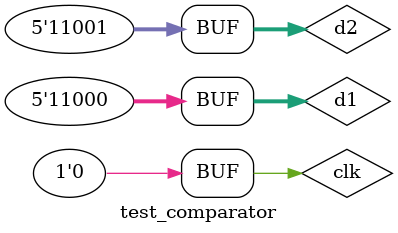
<source format=v>
module test_comparator();
  
  reg clk; 
  reg [4:0] d1 = 5'b11000;
  reg [4:0] d2 = 5'b11001; 
  
  wire A_ls_B, A_gt_B, A_eq_B;
  
  comparator #(5) c1( d1, d2, A_ls_B, A_gt_B, A_eq_B); 

  initial begin 
    clk = 0;
    repeat(100)#(10) clk = ~ clk;
  end 
  
endmodule 
</source>
